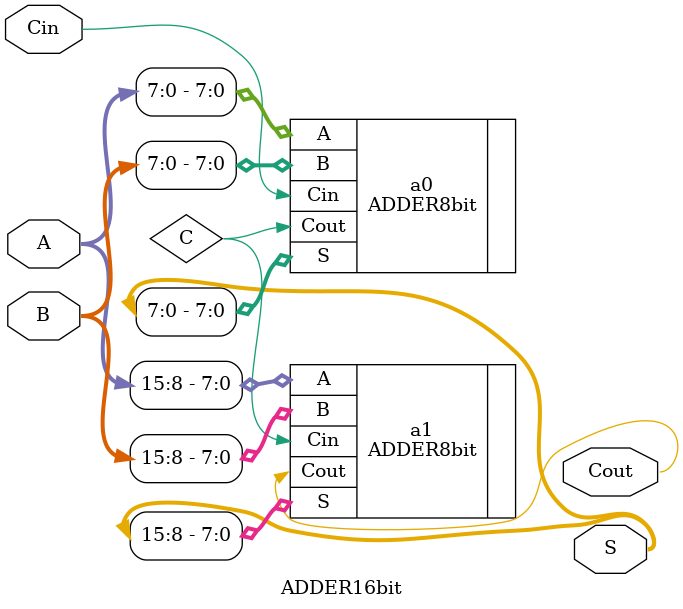
<source format=v>
`include "ADDER8bit.v"

module ADDER16bit(
  input wire [15:0] A,B,
  input wire Cin,
  output wire [15:0] S,
  output wire Cout
);
  wire C;
  
  ADDER8bit a0(
    .A (A[7:0]),
    .B (B[7:0]),
    .Cin (Cin),
    .S (S[7:0]),
    .Cout (C)
  );
  ADDER8bit a1(
    .A (A[15:8]),
    .B (B[15:8]),
    .Cin (C),
    .S (S[15:8]),
    .Cout (Cout)
  );
  
endmodule
</source>
